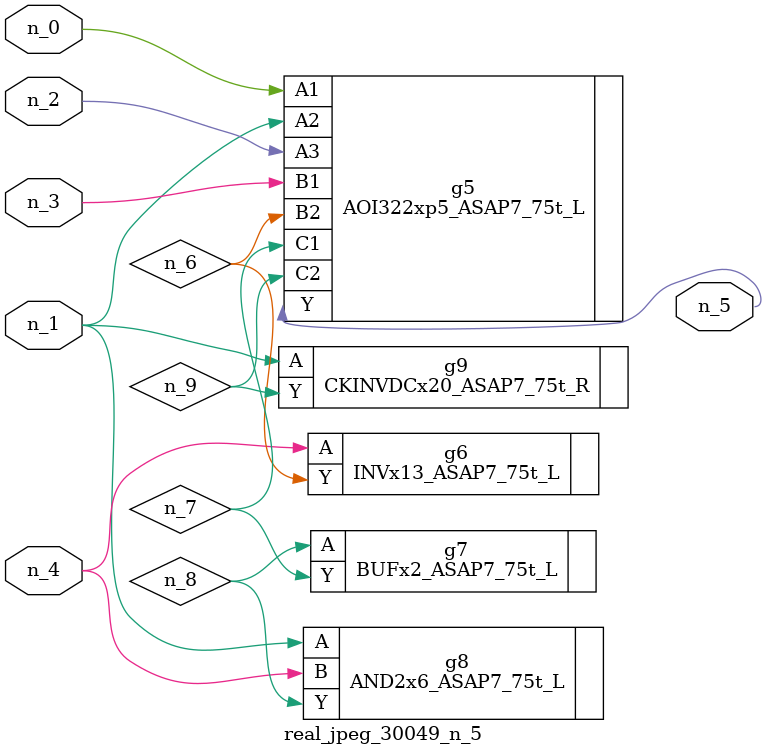
<source format=v>
module real_jpeg_30049_n_5 (n_4, n_0, n_1, n_2, n_3, n_5);

input n_4;
input n_0;
input n_1;
input n_2;
input n_3;

output n_5;

wire n_8;
wire n_6;
wire n_7;
wire n_9;

AOI322xp5_ASAP7_75t_L g5 ( 
.A1(n_0),
.A2(n_1),
.A3(n_2),
.B1(n_3),
.B2(n_6),
.C1(n_7),
.C2(n_9),
.Y(n_5)
);

AND2x6_ASAP7_75t_L g8 ( 
.A(n_1),
.B(n_4),
.Y(n_8)
);

CKINVDCx20_ASAP7_75t_R g9 ( 
.A(n_1),
.Y(n_9)
);

INVx13_ASAP7_75t_L g6 ( 
.A(n_4),
.Y(n_6)
);

BUFx2_ASAP7_75t_L g7 ( 
.A(n_8),
.Y(n_7)
);


endmodule
</source>
